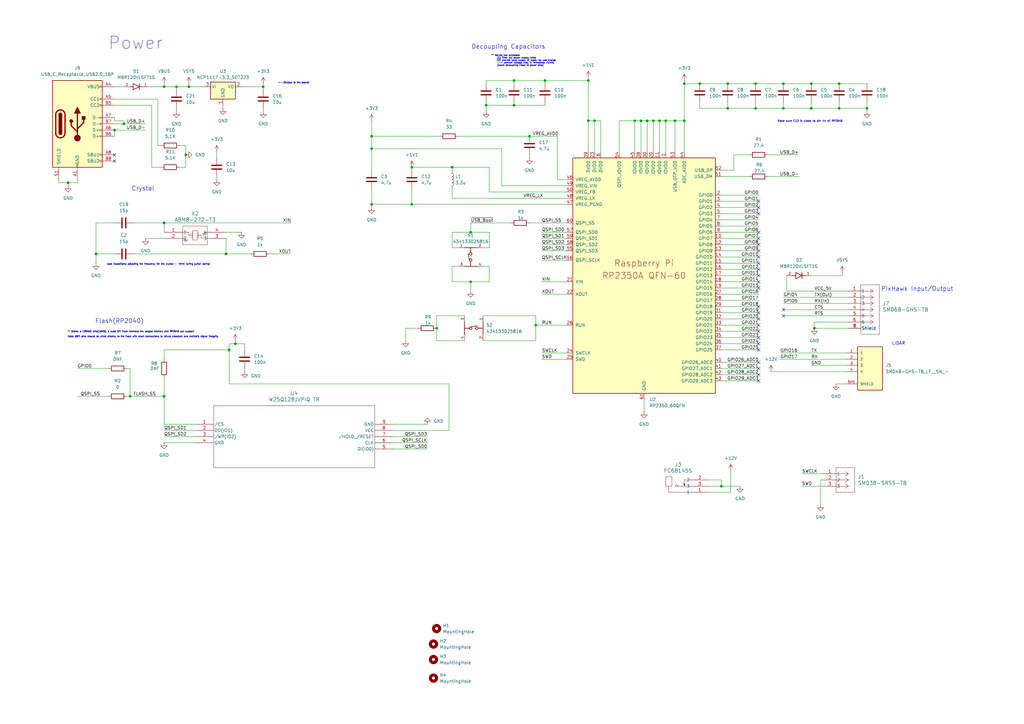
<source format=kicad_sch>
(kicad_sch (version 20250114) (generator "eeschema") (generator_version "9.0")
  (paper "A3")
  (text "LIDAR" (at 368.554 140.97 0) (effects (font (size 1.27 1.27))))
  (text "Crystal" (at 58.674 77.47 0) (effects (font (size 1.778 1.778))))
  (text "Power" (at 55.626 17.78 0) (effects (font (size 5.08 5.08))))
  (text "Decoupling Capacitors" (at 208.534 19.304 0) (effects (font (size 1.778 1.778))))
  (text "Make sure C13 is close to pin 44 of RP2040" (at 332.232 49.784 0) (effects (font (size 0.762 0.762))))
  (text "<--(Output to the board)" (at 120.396 34.036 0) (effects (font (size 0.635 0.635))))
  (text "Load Capacitors: adjusting the frequency for the crystal - \"think tuning guitar spring\"" (at 43.688 108.458 0) (effects (font (size 0.635 0.635)) (justify left)))
  (text "** Stores a 128Mbit chip(16MB), a quad SPI flash memory: the largest memory size RP2040 can support\n\nNote: QSPI pins should be wired directly to the flash with short connections to refuce crosstalk and maintain signal integrity\n" (at 27.686 137.16 0) (effects (font (size 0.635 0.635)) (justify left)))
  (text "** Serves two purposes: \n	(1) filter out power supply noise\n	(2) provide local supply of ready-to-use charge\n	--> prevent voltage drop in immediate vicinity\n	[place devoupling close to power pins]" (at 201.422 24.892 0) (effects (font (size 0.635 0.635)) (justify left)))
  (text "Flash(RP2040)" (at 49.022 131.826 0) (effects (font (size 1.778 1.778))))
  (text "PixHawk Input/Output" (at 376.174 118.618 0) (effects (font (size 1.778 1.778))))
  (junction (at 92.71 104.14))
  (junction (at 67.31 162.56))
  (junction (at 287.02 34.29))
  (junction (at 93.98 143.51))
  (junction (at 321.31 44.45))
  (junction (at 107.95 35.56))
  (junction (at 210.82 33.02))
  (junction (at 199.39 43.18))
  (junction (at 210.82 43.18))
  (junction (at 67.31 91.44))
  (junction (at 321.31 34.29))
  (junction (at 270.51 49.53))
  (junction (at 152.4 60.96))
  (junction (at 39.37 104.14))
  (junction (at 298.45 34.29))
  (junction (at 193.04 95.25))
  (junction (at 96.52 140.97))
  (junction (at 273.05 49.53))
  (junction (at 72.39 35.56))
  (junction (at 67.31 35.56))
  (junction (at 168.91 68.58))
  (junction (at 262.89 49.53))
  (junction (at 241.3 49.53))
  (junction (at 309.88 34.29))
  (junction (at 76.2 63.5))
  (junction (at 223.52 33.02))
  (junction (at 77.47 35.56))
  (junction (at 152.4 55.88))
  (junction (at 50.8 50.8))
  (junction (at 295.91 199.39))
  (junction (at 276.86 49.53))
  (junction (at 46.99 53.34))
  (junction (at 152.4 83.82))
  (junction (at 53.34 162.56))
  (junction (at 241.3 33.02))
  (junction (at 168.91 83.82))
  (junction (at 332.74 34.29))
  (junction (at 298.45 44.45))
  (junction (at 280.67 49.53))
  (junction (at 219.71 133.35))
  (junction (at 193.04 115.57))
  (junction (at 27.94 74.93))
  (junction (at 332.74 44.45))
  (junction (at 267.97 49.53))
  (junction (at 344.17 44.45))
  (junction (at 309.88 44.45))
  (junction (at 185.42 68.58))
  (junction (at 344.17 34.29))
  (junction (at 334.01 134.62))
  (junction (at 355.6 44.45))
  (junction (at 179.07 134.62))
  (junction (at 265.43 49.53))
  (junction (at 280.67 34.29))
  (junction (at 243.84 49.53))
  (junction (at 217.17 55.88))
  (junction (at 260.35 49.53))
  (no_connect (at 46.99 66.04))
  (no_connect (at 311.15 133.35))
  (no_connect (at 311.15 138.43))
  (no_connect (at 311.15 107.95))
  (no_connect (at 311.15 143.51))
  (no_connect (at 311.15 156.21))
  (no_connect (at 311.15 153.67))
  (no_connect (at 311.15 105.41))
  (no_connect (at 311.15 82.55))
  (no_connect (at 321.31 127))
  (no_connect (at 321.31 129.54))
  (no_connect (at 311.15 128.27))
  (no_connect (at 311.15 102.87))
  (no_connect (at 311.15 148.59))
  (no_connect (at 311.15 135.89))
  (no_connect (at 311.15 110.49))
  (no_connect (at 311.15 151.13))
  (no_connect (at 46.99 63.5))
  (no_connect (at 311.15 125.73))
  (no_connect (at 311.15 100.33))
  (no_connect (at 311.15 97.79))
  (no_connect (at 311.15 118.11))
  (no_connect (at 311.15 115.57))
  (no_connect (at 311.15 85.09))
  (no_connect (at 311.15 113.03))
  (no_connect (at 311.15 130.81))
  (no_connect (at 311.15 87.63))
  (no_connect (at 311.15 140.97))
  (no_connect (at 311.15 95.25))
  (wire (pts (xy 76.2 59.69) (xy 76.2 63.5)))
  (wire (pts (xy 337.82 196.85) (xy 336.55 196.85)))
  (wire (pts (xy 31.75 74.93) (xy 31.75 73.66)))
  (wire (pts (xy 73.66 59.69) (xy 76.2 59.69)))
  (wire (pts (xy 243.84 62.23) (xy 243.84 49.53)))
  (wire (pts (xy 185.42 68.58) (xy 185.42 69.85)))
  (wire (pts (xy 166.37 134.62) (xy 166.37 139.7)))
  (wire (pts (xy 46.99 53.34) (xy 59.69 53.34)))
  (wire (pts (xy 295.91 113.03) (xy 311.15 113.03)))
  (wire (pts (xy 161.29 184.15) (xy 175.26 184.15)))
  (wire (pts (xy 67.31 179.07) (xy 80.01 179.07)))
  (wire (pts (xy 198.12 139.7) (xy 219.71 139.7)))
  (wire (pts (xy 332.74 34.29) (xy 344.17 34.29)))
  (wire (pts (xy 161.29 173.99) (xy 175.26 173.99)))
  (wire (pts (xy 168.91 77.47) (xy 168.91 83.82)))
  (wire (pts (xy 295.91 138.43) (xy 311.15 138.43)))
  (wire (pts (xy 265.43 49.53) (xy 265.43 62.23)))
  (wire (pts (xy 39.37 107.95) (xy 39.37 104.14)))
  (wire (pts (xy 93.98 140.97) (xy 96.52 140.97)))
  (wire (pts (xy 62.23 68.58) (xy 62.23 43.18)))
  (wire (pts (xy 222.25 95.25) (xy 232.41 95.25)))
  (wire (pts (xy 295.91 95.25) (xy 311.15 95.25)))
  (wire (pts (xy 190.5 129.54) (xy 179.07 129.54)))
  (wire (pts (xy 322.58 113.03) (xy 322.58 119.38)))
  (wire (pts (xy 54.61 91.44) (xy 67.31 91.44)))
  (wire (pts (xy 31.75 151.13) (xy 44.45 151.13)))
  (wire (pts (xy 273.05 49.53) (xy 276.86 49.53)))
  (wire (pts (xy 64.77 59.69) (xy 66.04 59.69)))
  (wire (pts (xy 295.91 196.85) (xy 295.91 199.39)))
  (wire (pts (xy 184.15 157.48) (xy 184.15 176.53)))
  (wire (pts (xy 110.49 104.14) (xy 119.38 104.14)))
  (wire (pts (xy 99.06 35.56) (xy 107.95 35.56)))
  (wire (pts (xy 100.33 151.13) (xy 100.33 152.4)))
  (wire (pts (xy 295.91 125.73) (xy 311.15 125.73)))
  (wire (pts (xy 246.38 49.53) (xy 243.84 49.53)))
  (wire (pts (xy 193.04 95.25) (xy 200.66 95.25)))
  (wire (pts (xy 67.31 91.44) (xy 67.31 95.25)))
  (wire (pts (xy 295.91 128.27) (xy 311.15 128.27)))
  (wire (pts (xy 152.4 83.82) (xy 152.4 85.09)))
  (wire (pts (xy 217.17 55.88) (xy 228.6 55.88)))
  (wire (pts (xy 200.66 78.74) (xy 232.41 78.74)))
  (wire (pts (xy 72.39 35.56) (xy 77.47 35.56)))
  (wire (pts (xy 300.99 69.85) (xy 295.91 69.85)))
  (wire (pts (xy 39.37 104.14) (xy 46.99 104.14)))
  (wire (pts (xy 31.75 162.56) (xy 44.45 162.56)))
  (wire (pts (xy 320.04 147.32) (xy 346.71 147.32)))
  (wire (pts (xy 185.42 77.47) (xy 185.42 81.28)))
  (wire (pts (xy 332.74 113.03) (xy 345.44 113.03)))
  (wire (pts (xy 295.91 133.35) (xy 311.15 133.35)))
  (wire (pts (xy 210.82 41.91) (xy 210.82 43.18)))
  (wire (pts (xy 39.37 91.44) (xy 46.99 91.44)))
  (wire (pts (xy 314.96 72.39) (xy 327.66 72.39)))
  (wire (pts (xy 96.52 140.97) (xy 100.33 140.97)))
  (wire (pts (xy 161.29 176.53) (xy 184.15 176.53)))
  (wire (pts (xy 232.41 76.2) (xy 205.74 76.2)))
  (wire (pts (xy 222.25 97.79) (xy 232.41 97.79)))
  (wire (pts (xy 300.99 63.5) (xy 300.99 69.85)))
  (wire (pts (xy 67.31 181.61) (xy 80.01 181.61)))
  (wire (pts (xy 246.38 62.23) (xy 246.38 49.53)))
  (wire (pts (xy 168.91 68.58) (xy 185.42 68.58)))
  (wire (pts (xy 46.99 48.26) (xy 46.99 49.53)))
  (wire (pts (xy 185.42 68.58) (xy 200.66 68.58)))
  (wire (pts (xy 92.71 104.14) (xy 92.71 97.79)))
  (wire (pts (xy 100.33 140.97) (xy 100.33 143.51)))
  (wire (pts (xy 92.71 104.14) (xy 102.87 104.14)))
  (wire (pts (xy 93.98 143.51) (xy 93.98 157.48)))
  (wire (pts (xy 77.47 35.56) (xy 83.82 35.56)))
  (wire (pts (xy 295.91 151.13) (xy 311.15 151.13)))
  (wire (pts (xy 295.91 80.01) (xy 311.15 80.01)))
  (wire (pts (xy 92.71 95.25) (xy 99.06 95.25)))
  (wire (pts (xy 67.31 35.56) (xy 72.39 35.56)))
  (wire (pts (xy 307.34 63.5) (xy 300.99 63.5)))
  (wire (pts (xy 199.39 34.29) (xy 199.39 33.02)))
  (wire (pts (xy 93.98 157.48) (xy 184.15 157.48)))
  (wire (pts (xy 295.91 148.59) (xy 311.15 148.59)))
  (wire (pts (xy 334.01 132.08) (xy 334.01 134.62)))
  (wire (pts (xy 193.04 115.57) (xy 193.04 119.38)))
  (wire (pts (xy 27.94 74.93) (xy 27.94 76.2)))
  (wire (pts (xy 295.91 140.97) (xy 311.15 140.97)))
  (wire (pts (xy 152.4 83.82) (xy 168.91 83.82)))
  (wire (pts (xy 64.77 40.64) (xy 46.99 40.64)))
  (wire (pts (xy 219.71 133.35) (xy 232.41 133.35)))
  (wire (pts (xy 67.31 176.53) (xy 80.01 176.53)))
  (wire (pts (xy 241.3 49.53) (xy 241.3 62.23)))
  (wire (pts (xy 199.39 43.18) (xy 210.82 43.18)))
  (wire (pts (xy 152.4 55.88) (xy 152.4 60.96)))
  (wire (pts (xy 336.55 196.85) (xy 336.55 207.01)))
  (wire (pts (xy 334.01 134.62) (xy 347.98 134.62)))
  (wire (pts (xy 46.99 53.34) (xy 46.99 55.88)))
  (wire (pts (xy 320.04 144.78) (xy 346.71 144.78)))
  (wire (pts (xy 262.89 62.23) (xy 262.89 49.53)))
  (wire (pts (xy 52.07 151.13) (xy 53.34 151.13)))
  (wire (pts (xy 298.45 44.45) (xy 298.45 41.91)))
  (wire (pts (xy 267.97 49.53) (xy 270.51 49.53)))
  (wire (pts (xy 280.67 34.29) (xy 287.02 34.29)))
  (wire (pts (xy 96.52 140.97) (xy 96.52 139.7)))
  (wire (pts (xy 295.91 153.67) (xy 311.15 153.67)))
  (wire (pts (xy 287.02 34.29) (xy 298.45 34.29)))
  (wire (pts (xy 262.89 49.53) (xy 265.43 49.53)))
  (wire (pts (xy 321.31 34.29) (xy 332.74 34.29)))
  (wire (pts (xy 260.35 49.53) (xy 260.35 62.23)))
  (wire (pts (xy 222.25 120.65) (xy 232.41 120.65)))
  (wire (pts (xy 332.74 44.45) (xy 332.74 41.91)))
  (wire (pts (xy 344.17 44.45) (xy 344.17 41.91)))
  (wire (pts (xy 193.04 91.44) (xy 193.04 95.25)))
  (wire (pts (xy 210.82 33.02) (xy 223.52 33.02)))
  (wire (pts (xy 67.31 173.99) (xy 67.31 162.56)))
  (wire (pts (xy 24.13 74.93) (xy 24.13 73.66)))
  (wire (pts (xy 223.52 41.91) (xy 223.52 43.18)))
  (wire (pts (xy 295.91 110.49) (xy 311.15 110.49)))
  (wire (pts (xy 295.91 100.33) (xy 311.15 100.33)))
  (wire (pts (xy 210.82 43.18) (xy 223.52 43.18)))
  (wire (pts (xy 185.42 81.28) (xy 232.41 81.28)))
  (wire (pts (xy 199.39 33.02) (xy 210.82 33.02)))
  (wire (pts (xy 76.2 63.5) (xy 76.2 68.58)))
  (wire (pts (xy 200.66 68.58) (xy 200.66 78.74)))
  (wire (pts (xy 168.91 69.85) (xy 168.91 68.58)))
  (wire (pts (xy 64.77 59.69) (xy 64.77 40.64)))
  (wire (pts (xy 344.17 44.45) (xy 355.6 44.45)))
  (wire (pts (xy 152.4 60.96) (xy 205.74 60.96)))
  (wire (pts (xy 72.39 45.72) (xy 72.39 44.45)))
  (wire (pts (xy 295.91 102.87) (xy 311.15 102.87)))
  (wire (pts (xy 91.44 44.45) (xy 91.44 43.18)))
  (wire (pts (xy 67.31 143.51) (xy 67.31 147.32)))
  (wire (pts (xy 67.31 91.44) (xy 119.38 91.44)))
  (wire (pts (xy 322.58 119.38) (xy 347.98 119.38)))
  (wire (pts (xy 321.31 127) (xy 347.98 127)))
  (wire (pts (xy 161.29 179.07) (xy 175.26 179.07)))
  (wire (pts (xy 219.71 129.54) (xy 219.71 133.35)))
  (wire (pts (xy 39.37 104.14) (xy 39.37 91.44)))
  (wire (pts (xy 280.67 34.29) (xy 280.67 49.53)))
  (wire (pts (xy 60.96 35.56) (xy 67.31 35.56)))
  (wire (pts (xy 334.01 132.08) (xy 347.98 132.08)))
  (wire (pts (xy 316.23 152.4) (xy 346.71 152.4)))
  (wire (pts (xy 199.39 43.18) (xy 199.39 45.72)))
  (wire (pts (xy 309.88 44.45) (xy 321.31 44.45)))
  (wire (pts (xy 185.42 95.25) (xy 193.04 95.25)))
  (wire (pts (xy 280.67 33.02) (xy 280.67 34.29)))
  (wire (pts (xy 50.8 49.53) (xy 50.8 50.8)))
  (wire (pts (xy 190.5 139.7) (xy 179.07 139.7)))
  (wire (pts (xy 171.45 134.62) (xy 166.37 134.62)))
  (wire (pts (xy 193.04 115.57) (xy 200.66 115.57)))
  (wire (pts (xy 267.97 49.53) (xy 267.97 62.23)))
  (wire (pts (xy 198.12 109.22) (xy 200.66 109.22)))
  (wire (pts (xy 66.04 68.58) (xy 62.23 68.58)))
  (wire (pts (xy 232.41 73.66) (xy 228.6 73.66)))
  (wire (pts (xy 219.71 133.35) (xy 219.71 139.7)))
  (wire (pts (xy 321.31 44.45) (xy 321.31 41.91)))
  (wire (pts (xy 265.43 49.53) (xy 267.97 49.53)))
  (wire (pts (xy 152.4 77.47) (xy 152.4 83.82)))
  (wire (pts (xy 52.07 162.56) (xy 53.34 162.56)))
  (wire (pts (xy 260.35 49.53) (xy 262.89 49.53)))
  (wire (pts (xy 46.99 49.53) (xy 50.8 49.53)))
  (wire (pts (xy 67.31 154.94) (xy 67.31 162.56)))
  (wire (pts (xy 107.95 44.45) (xy 107.95 45.72)))
  (wire (pts (xy 72.39 36.83) (xy 72.39 35.56)))
  (wire (pts (xy 295.91 87.63) (xy 311.15 87.63)))
  (wire (pts (xy 355.6 44.45) (xy 355.6 45.72)))
  (wire (pts (xy 276.86 49.53) (xy 280.67 49.53)))
  (wire (pts (xy 295.91 107.95) (xy 311.15 107.95)))
  (wire (pts (xy 321.31 129.54) (xy 347.98 129.54)))
  (wire (pts (xy 295.91 143.51) (xy 311.15 143.51)))
  (wire (pts (xy 295.91 199.39) (xy 303.53 199.39)))
  (wire (pts (xy 161.29 181.61) (xy 175.26 181.61)))
  (wire (pts (xy 210.82 34.29) (xy 210.82 33.02)))
  (wire (pts (xy 355.6 44.45) (xy 355.6 41.91)))
  (wire (pts (xy 59.69 50.8) (xy 50.8 50.8)))
  (wire (pts (xy 93.98 140.97) (xy 93.98 143.51)))
  (wire (pts (xy 200.66 101.6) (xy 200.66 95.25)))
  (wire (pts (xy 24.13 74.93) (xy 27.94 74.93)))
  (wire (pts (xy 152.4 49.53) (xy 152.4 55.88)))
  (wire (pts (xy 241.3 31.75) (xy 241.3 33.02)))
  (wire (pts (xy 298.45 44.45) (xy 309.88 44.45)))
  (wire (pts (xy 193.04 91.44) (xy 209.55 91.44)))
  (wire (pts (xy 222.25 115.57) (xy 232.41 115.57)))
  (wire (pts (xy 187.96 55.88) (xy 217.17 55.88)))
  (wire (pts (xy 152.4 55.88) (xy 180.34 55.88)))
  (wire (pts (xy 228.6 73.66) (xy 228.6 55.88)))
  (wire (pts (xy 345.44 111.76) (xy 345.44 113.03)))
  (wire (pts (xy 332.74 44.45) (xy 344.17 44.45)))
  (wire (pts (xy 185.42 101.6) (xy 185.42 95.25)))
  (wire (pts (xy 198.12 101.6) (xy 200.66 101.6)))
  (wire (pts (xy 287.02 44.45) (xy 298.45 44.45)))
  (wire (pts (xy 276.86 49.53) (xy 276.86 62.23)))
  (wire (pts (xy 241.3 33.02) (xy 241.3 49.53)))
  (wire (pts (xy 222.25 100.33) (xy 232.41 100.33)))
  (wire (pts (xy 327.66 63.5) (xy 314.96 63.5)))
  (wire (pts (xy 273.05 49.53) (xy 273.05 62.23)))
  (wire (pts (xy 223.52 33.02) (xy 223.52 34.29)))
  (wire (pts (xy 295.91 90.17) (xy 311.15 90.17)))
  (wire (pts (xy 199.39 41.91) (xy 199.39 43.18)))
  (wire (pts (xy 295.91 82.55) (xy 311.15 82.55)))
  (wire (pts (xy 217.17 91.44) (xy 232.41 91.44)))
  (wire (pts (xy 264.16 163.83) (xy 264.16 168.91)))
  (wire (pts (xy 295.91 118.11) (xy 311.15 118.11)))
  (wire (pts (xy 254 62.23) (xy 254 49.53)))
  (wire (pts (xy 187.96 101.6) (xy 185.42 101.6)))
  (wire (pts (xy 295.91 97.79) (xy 311.15 97.79)))
  (wire (pts (xy 185.42 109.22) (xy 185.42 115.57)))
  (wire (pts (xy 270.51 49.53) (xy 270.51 62.23)))
  (wire (pts (xy 53.34 151.13) (xy 53.34 162.56)))
  (wire (pts (xy 290.83 199.39) (xy 295.91 199.39)))
  (wire (pts (xy 295.91 72.39) (xy 307.34 72.39)))
  (wire (pts (xy 295.91 156.21) (xy 311.15 156.21)))
  (wire (pts (xy 179.07 139.7) (xy 179.07 134.62)))
  (wire (pts (xy 295.91 115.57) (xy 311.15 115.57)))
  (wire (pts (xy 187.96 109.22) (xy 185.42 109.22)))
  (wire (pts (xy 73.66 68.58) (xy 76.2 68.58)))
  (wire (pts (xy 93.98 143.51) (xy 67.31 143.51)))
  (wire (pts (xy 295.91 135.89) (xy 311.15 135.89)))
  (wire (pts (xy 270.51 49.53) (xy 273.05 49.53)))
  (wire (pts (xy 222.25 147.32) (xy 232.41 147.32)))
  (wire (pts (xy 321.31 121.92) (xy 347.98 121.92)))
  (wire (pts (xy 295.91 105.41) (xy 311.15 105.41)))
  (wire (pts (xy 328.93 199.39) (xy 337.82 199.39)))
  (wire (pts (xy 332.74 149.86) (xy 346.71 149.86)))
  (wire (pts (xy 287.02 44.45) (xy 287.02 41.91)))
  (wire (pts (xy 321.31 124.46) (xy 347.98 124.46)))
  (wire (pts (xy 179.07 129.54) (xy 179.07 134.62)))
  (wire (pts (xy 53.34 162.56) (xy 67.31 162.56)))
  (wire (pts (xy 77.47 34.29) (xy 77.47 35.56)))
  (wire (pts (xy 309.88 44.45) (xy 309.88 41.91)))
  (wire (pts (xy 290.83 196.85) (xy 295.91 196.85)))
  (wire (pts (xy 200.66 115.57) (xy 200.66 109.22)))
  (wire (pts (xy 295.91 92.71) (xy 311.15 92.71)))
  (wire (pts (xy 342.9 157.48) (xy 346.71 157.48)))
  (wire (pts (xy 298.45 34.29) (xy 309.88 34.29)))
  (wire (pts (xy 46.99 35.56) (xy 50.8 35.56)))
  (wire (pts (xy 295.91 123.19) (xy 311.15 123.19)))
  (wire (pts (xy 205.74 76.2) (xy 205.74 60.96)))
  (wire (pts (xy 222.25 144.78) (xy 232.41 144.78)))
  (wire (pts (xy 152.4 60.96) (xy 152.4 69.85)))
  (wire (pts (xy 67.31 34.29) (xy 67.31 35.56)))
  (wire (pts (xy 168.91 83.82) (xy 232.41 83.82)))
  (wire (pts (xy 88.9 72.39) (xy 88.9 73.66)))
  (wire (pts (xy 328.93 194.31) (xy 337.82 194.31)))
  (wire (pts (xy 295.91 130.81) (xy 311.15 130.81)))
  (wire (pts (xy 67.31 173.99) (xy 80.01 173.99)))
  (wire (pts (xy 321.31 44.45) (xy 332.74 44.45)))
  (wire (pts (xy 198.12 129.54) (xy 219.71 129.54)))
  (wire (pts (xy 54.61 104.14) (xy 92.71 104.14)))
  (wire (pts (xy 88.9 62.23) (xy 88.9 64.77)))
  (wire (pts (xy 185.42 115.57) (xy 193.04 115.57)))
  (wire (pts (xy 59.69 97.79) (xy 67.31 97.79)))
  (wire (pts (xy 295.91 120.65) (xy 311.15 120.65)))
  (wire (pts (xy 223.52 33.02) (xy 241.3 33.02)))
  (wire (pts (xy 309.88 34.29) (xy 321.31 34.29)))
  (wire (pts (xy 62.23 43.18) (xy 46.99 43.18)))
  (wire (pts (xy 254 49.53) (xy 260.35 49.53)))
  (wire (pts (xy 107.95 35.56) (xy 107.95 34.29)))
  (wire (pts (xy 290.83 201.93) (xy 299.72 201.93)))
  (wire (pts (xy 222.25 102.87) (xy 232.41 102.87)))
  (wire (pts (xy 217.17 63.5) (xy 217.17 64.77)))
  (wire (pts (xy 27.94 74.93) (xy 31.75 74.93)))
  (wire (pts (xy 344.17 34.29) (xy 355.6 34.29)))
  (wire (pts (xy 295.91 85.09) (xy 311.15 85.09)))
  (wire (pts (xy 46.99 50.8) (xy 50.8 50.8)))
  (wire (pts (xy 107.95 35.56) (xy 107.95 36.83)))
  (wire (pts (xy 243.84 49.53) (xy 241.3 49.53)))
  (wire (pts (xy 222.25 106.68) (xy 232.41 106.68)))
  (wire (pts (xy 299.72 201.93) (xy 299.72 193.04)))
  (wire (pts (xy 280.67 49.53) (xy 280.67 62.23)))
  (label "GPIO12" (at 311.15 110.49 180))
  (label "QSPI_SD0" (at 222.25 95.25 0))
  (label "GPIO14" (at 311.15 115.57 180))
  (label "GND" (at 332.74 149.86 0))
  (label "GPIO16" (at 320.04 144.78 0))
  (label "QSPI_SS" (at 222.25 91.44 0))
  (label "RUN" (at 222.25 133.35 0))
  (label "GPIO16" (at 311.15 120.65 180))
  (label "GPIO25" (at 311.15 143.51 180))
  (label "RTS" (at 334.01 129.54 0))
  (label "USB_D+" (at 327.66 63.5 180))
  (label "SWD" (at 328.93 199.39 0))
  (label "GPIO5" (at 311.15 92.71 180))
  (label "QSPI_SD3" (at 222.25 102.87 0))
  (label "QSPI_SD1" (at 67.31 176.53 0))
  (label "GPIO19" (at 311.15 128.27 180))
  (label "CTS " (at 334.01 127 0))
  (label "QSPI_SD2" (at 67.31 179.07 0))
  (label "SWCLK" (at 222.25 144.78 0))
  (label "TX" (at 332.74 144.78 0))
  (label "GPIO11" (at 311.15 107.95 180))
  (label "RX" (at 332.74 147.32 0))
  (label "GPIO5" (at 321.31 124.46 0))
  (label "VREG_AVDD" (at 218.44 55.88 0))
  (label "GPIO15" (at 311.15 118.11 180))
  (label "GPIO21" (at 311.15 133.35 180))
  (label "XIN" (at 222.25 115.57 0))
  (label "GPIO7" (at 311.15 97.79 180))
  (label "GPIO9" (at 311.15 102.87 180))
  (label "GPIO1" (at 311.15 82.55 180))
  (label "QSPI_SCLK" (at 175.26 181.61 180))
  (label "GPIO3" (at 311.15 87.63 180))
  (label "GPIO24" (at 311.15 140.97 180))
  (label "QSPI_SCLK" (at 222.25 106.68 0))
  (label "GPIO23" (at 311.15 138.43 180))
  (label "RX(In)" (at 334.01 124.46 0))
  (label "GPIO22" (at 311.15 135.89 180))
  (label "GPIO4" (at 311.15 90.17 180))
  (label "~{USB_Boot}" (at 193.04 91.44 0))
  (label "GPIO4" (at 321.31 121.92 0))
  (label "GPIO8" (at 311.15 100.33 180))
  (label "GPIO17" (at 320.04 147.32 0))
  (label "GPIO6" (at 311.15 95.25 180))
  (label "QSPI_SS" (at 33.02 162.56 0))
  (label "GPIO0" (at 311.15 80.01 180))
  (label "QSPI_SD3" (at 175.26 179.07 180))
  (label "GPIO13" (at 311.15 113.03 180))
  (label "QSPI_SD1" (at 222.25 97.79 0))
  (label "VREG_LX" (at 214.63 81.28 0))
  (label "XOUT" (at 222.25 120.65 0))
  (label "XOUT" (at 119.38 104.14 180))
  (label "GPIO26_ADC0" (at 311.15 148.59 180))
  (label "FLASH_SS" (at 54.61 162.56 0))
  (label "GPIO10" (at 311.15 105.41 180))
  (label "VCC_5V" (at 334.01 119.38 0))
  (label "QSPI_SD2" (at 222.25 100.33 0))
  (label "USB_D-" (at 327.66 72.39 180))
  (label "XIN" (at 119.38 91.44 180))
  (label "GPIO0" (at 31.75 151.13 0))
  (label "GPIO20" (at 311.15 130.81 180))
  (label "SWCLK" (at 328.93 194.31 0))
  (label "GPIO18" (at 311.15 125.73 180))
  (label "USB_D-" (at 59.69 53.34 180))
  (label "GPIO2" (at 311.15 85.09 180))
  (label "GPIO17" (at 311.15 123.19 180))
  (label "GPIO28_ADC2" (at 311.15 153.67 180))
  (label "USB_D+" (at 59.69 50.8 180))
  (label "GPIO29_ADC3" (at 311.15 156.21 180))
  (label "QSPI_SD0" (at 175.26 184.15 180))
  (label "SWD" (at 222.25 147.32 0))
  (label "GPIO27_ADC1" (at 311.15 151.13 180))
  (label "TX(Out)" (at 334.01 121.92 0))
  (symbol (lib_id "Device:C") (at 88.9 68.58 0) (unit 1)
    (property "Reference" "C13" (at 92.71 67.3099 0) (effects (justify left)))
    (property "Value" "10u" (at 92.71 69.8499 0) (effects (justify left)))
    (property "Footprint" "Capacitor_SMD:C_0805_2012Metric" (effects (hide yes)))
    (property "Description" "Unpolarized capacitor" (effects (hide yes)))
  )
  (symbol (lib_id "power:GND") (at 91.44 44.45 0) (unit 1)
    (property "Reference" "#PWR033" (effects (hide yes)))
    (property "Value" "GND" (at 91.44 49.53 0))
    (property "Description" "Power symbol creates a global label with name \"GND\" , ground" (effects (hide yes)))
  )
  (symbol (lib_id "Device:C") (at 72.39 40.64 0) (unit 1)
    (property "Reference" "C21" (at 76.2 39.3699 0) (effects (justify left)))
    (property "Value" "10u" (at 76.2 41.9099 0) (effects (justify left)))
    (property "Footprint" "Capacitor_SMD:C_0805_2012Metric" (effects (hide yes)))
    (property "Description" "Unpolarized capacitor" (effects (hide yes)))
  )
  (symbol (lib_id "FC68145S:FC68145S") (at 290.83 196.85 0) (unit 1)
    (property "Reference" "J3" (at 278.13 190.5 0) (effects (font (size 1.524 1.524))))
    (property "Value" "FC68145S" (at 278.13 193.04 0) (effects (font (size 1.524 1.524))))
    (property "Footprint" "FC68145S_CLF" (effects (hide yes)))
    (property "Datasheet" "FC68145S" (effects (hide yes)))
  )
  (symbol (lib_id "power:GND") (at 217.17 64.77 0) (unit 1)
    (property "Reference" "#PWR04" (effects (hide yes)))
    (property "Value" "GND" (at 217.17 69.85 0))
    (property "Description" "Power symbol creates a global label with name \"GND\" , ground" (effects (hide yes)))
  )
  (symbol (lib_id "power:VBUS") (at 77.47 34.29 0) (unit 1)
    (property "Reference" "#PWR08" (effects (hide yes)))
    (property "Value" "VSYS" (at 77.47 29.21 0))
    (property "Description" "Power symbol creates a global label with name \"VBUS\"" (effects (hide yes)))
  )
  (symbol (lib_id "power:+1V1") (at 241.3 31.75 0) (unit 1)
    (property "Reference" "#PWR011" (effects (hide yes)))
    (property "Value" "+1V1" (at 241.3 26.67 0))
    (property "Description" "Power symbol creates a global label with name \"+1V1\"" (effects (hide yes)))
  )
  (symbol (lib_id "power:GND") (at 59.69 97.79 0) (unit 1)
    (property "Reference" "#PWR020" (effects (hide yes)))
    (property "Value" "GND" (at 59.69 102.87 0))
    (property "Description" "Power symbol creates a global label with name \"GND\" , ground" (effects (hide yes)))
  )
  (symbol (lib_id "Flash:W25Q128JVPIQ_TR") (at 80.01 173.99 0) (unit 1)
    (property "Reference" "U4" (at 120.65 161.29 0) (effects (font (size 1.524 1.524))))
    (property "Value" "W25Q128JVPIQ TR" (at 120.65 163.83 0) (effects (font (size 1.524 1.524))))
    (property "Footprint" "KiCad mod:WSON-8_6X5_WIN" (effects (hide yes)))
    (property "Datasheet" "W25Q128JVPIQ TR" (effects (hide yes)))
  )
  (symbol (lib_id "power:GND") (at 342.9 157.48 0) (mirror y) (unit 1)
    (property "Reference" "#PWR025" (effects (hide yes)))
    (property "Value" "GND" (at 342.9 162.56 0))
    (property "Description" "Power symbol creates a global label with name \"GND\" , ground" (effects (hide yes)))
  )
  (symbol (lib_id "Mechanical:MountingHole") (at 177.8 264.16 0) (unit 1) (in_bom no)
    (property "Reference" "H2" (at 180.34 262.8899 0) (effects (justify left)))
    (property "Value" "MountingHole" (at 180.34 265.4299 0) (effects (justify left)))
    (property "Footprint" "MountingHole:MountingHole_2.7mm_M2.5_Pad_TopBottom" (effects (hide yes)))
    (property "Description" "Mounting Hole without connection" (effects (hide yes)))
  )
  (symbol (lib_id "Device:C") (at 210.82 38.1 0) (unit 1)
    (property "Reference" "C11" (at 214.63 36.8299 0) (effects (justify left)))
    (property "Value" "100n" (at 214.63 39.3699 0) (effects (justify left)))
    (property "Footprint" "Capacitor_SMD:C_0402_1005Metric" (effects (hide yes)))
    (property "Description" "Unpolarized capacitor" (effects (hide yes)))
  )
  (symbol (lib_id "power:GND") (at 355.6 45.72 0) (unit 1)
    (property "Reference" "#PWR010" (effects (hide yes)))
    (property "Value" "GND" (at 355.6 50.8 0))
    (property "Description" "Power symbol creates a global label with name \"GND\" , ground" (effects (hide yes)))
  )
  (symbol (lib_id "power:GND") (at 166.37 139.7 0) (unit 1)
    (property "Reference" "#PWR018" (effects (hide yes)))
    (property "Value" "GND" (at 166.37 144.78 0))
    (property "Description" "Power symbol creates a global label with name \"GND\" , ground" (effects (hide yes)))
  )
  (symbol (lib_id "Device:R") (at 67.31 151.13 180) (unit 1)
    (property "Reference" "R8" (at 63.246 149.098 0))
    (property "Value" "DNF" (at 63.5 151.13 0))
    (property "Footprint" "Resistor_SMD:R_0402_1005Metric" (effects (hide yes)))
    (property "Description" "Resistor" (effects (hide yes)))
  )
  (symbol (lib_id "power:GND") (at 199.39 45.72 0) (unit 1)
    (property "Reference" "#PWR07" (effects (hide yes)))
    (property "Value" "GND" (at 199.39 50.8 0))
    (property "Description" "Power symbol creates a global label with name \"GND\" , ground" (effects (hide yes)))
  )
  (symbol (lib_id "power:GND") (at 193.04 119.38 0) (unit 1)
    (property "Reference" "#PWR01" (effects (hide yes)))
    (property "Value" "GND" (at 193.04 124.46 0))
    (property "Description" "Power symbol creates a global label with name \"GND\" , ground" (effects (hide yes)))
  )
  (symbol (lib_id "Device:C") (at 298.45 38.1 0) (unit 1)
    (property "Reference" "C8" (at 302.26 36.8299 0) (effects (justify left)))
    (property "Value" "100n" (at 302.26 39.3699 0) (effects (justify left)))
    (property "Footprint" "Capacitor_SMD:C_0402_1005Metric" (effects (hide yes)))
    (property "Description" "Unpolarized capacitor" (effects (hide yes)))
  )
  (symbol (lib_id "Device:R") (at 69.85 68.58 90) (unit 1)
    (property "Reference" "R11" (at 69.85 62.23 90))
    (property "Value" "5.1K" (at 69.85 64.77 90))
    (property "Footprint" "Resistor_SMD:R_0402_1005Metric" (effects (hide yes)))
    (property "Description" "Resistor" (effects (hide yes)))
  )
  (symbol (lib_id "Device:R") (at 213.36 91.44 90) (unit 1)
    (property "Reference" "R3" (at 213.614 86.868 90))
    (property "Value" "1k" (at 213.614 89.408 90))
    (property "Footprint" "Resistor_SMD:R_0402_1005Metric" (effects (hide yes)))
    (property "Description" "Resistor" (effects (hide yes)))
  )
  (symbol (lib_id "power:GND") (at 334.01 134.62 0) (mirror y) (unit 1)
    (property "Reference" "#PWR024" (effects (hide yes)))
    (property "Value" "GND" (at 334.01 139.7 0))
    (property "Description" "Power symbol creates a global label with name \"GND\" , ground" (effects (hide yes)))
  )
  (symbol (lib_id "Device:C") (at 344.17 38.1 0) (unit 1)
    (property "Reference" "C4" (at 347.98 36.8299 0) (effects (justify left)))
    (property "Value" "100n" (at 347.98 39.3699 0) (effects (justify left)))
    (property "Footprint" "Capacitor_SMD:C_0402_1005Metric" (effects (hide yes)))
    (property "Description" "Unpolarized capacitor" (effects (hide yes)))
  )
  (symbol (lib_id "Device:C") (at 223.52 38.1 0) (unit 1)
    (property "Reference" "C10" (at 227.33 36.8299 0) (effects (justify left)))
    (property "Value" "100n" (at 227.33 39.3699 0) (effects (justify left)))
    (property "Footprint" "Capacitor_SMD:C_0402_1005Metric" (effects (hide yes)))
    (property "Description" "Unpolarized capacitor" (effects (hide yes)))
  )
  (symbol (lib_id "MBR120VLSFT1G:MBR120VLSFT1G") (at 55.88 35.56 0) (unit 1)
    (property "Reference" "D1" (at 55.88 29.21 0))
    (property "Value" "MBR120VLSFT1G" (at 55.88 31.75 0))
    (property "Footprint" "MBR120VLSFT:DIOM3616X98N" (effects (hide yes)))
    (property "PARTREV" "5/10/2013" (effects (hide yes)))
    (property "STANDARD" "IPC-7351B" (effects (hide yes)))
    (property "MAXIMUM_PACKAGE_HEIGHT" "0.98 mm" (effects (hide yes)))
    (property "MANUFACTURER" "ON SEMICONDUCTOR" (effects (hide yes)))
  )
  (symbol (lib_id "Device:R") (at 48.26 151.13 90) (unit 1)
    (property "Reference" "R7" (at 48.26 144.78 90))
    (property "Value" "DNF" (at 48.26 147.32 90))
    (property "Footprint" "Resistor_SMD:R_0402_1005Metric" (effects (hide yes)))
    (property "Description" "Resistor" (effects (hide yes)))
  )
  (symbol (lib_id "SM06B-GHS-TB:SM06B-GHS-TB") (at 347.98 119.38 0) (unit 1)
    (property "Reference" "J7" (at 361.95 124.4599 0) (effects (font (size 1.524 1.524)) (justify left)))
    (property "Value" "SM06B-GHS-TB" (at 361.95 126.9999 0) (effects (font (size 1.524 1.524)) (justify left)))
    (property "Footprint" "KiCad mod:CONN_SM06B-GHS-TB_JST" (effects (hide yes)))
    (property "Datasheet" "SM06B-GHS-TB" (effects (hide yes)))
  )
  (symbol (lib_id "power:GND") (at 175.26 173.99 180) (unit 1)
    (property "Reference" "#PWR016" (effects (hide yes)))
    (property "Value" "GND" (at 177.8 172.7199 0) (effects (justify right)))
    (property "Description" "Power symbol creates a global label with name \"GND\" , ground" (effects (hide yes)))
  )
  (symbol (lib_id "power:GND") (at 67.31 181.61 0) (unit 1)
    (property "Reference" "#PWR029" (effects (hide yes)))
    (property "Value" "GND" (at 67.31 186.69 0))
    (property "Description" "Power symbol creates a global label with name \"GND\" , ground" (effects (hide yes)))
  )
  (symbol (lib_id "Device:C") (at 217.17 59.69 0) (unit 1)
    (property "Reference" "C17" (at 220.98 58.4199 0) (effects (justify left)))
    (property "Value" "4.7u" (at 220.98 60.9599 0) (effects (justify left)))
    (property "Footprint" "Capacitor_SMD:C_0402_1005Metric" (effects (hide yes)))
    (property "Description" "Unpolarized capacitor" (effects (hide yes)))
  )
  (symbol (lib_id "Device:R") (at 311.15 63.5 270) (mirror x) (unit 1)
    (property "Reference" "R1" (at 311.15 57.15 90))
    (property "Value" "27.4" (at 311.15 59.69 90))
    (property "Footprint" "Resistor_SMD:R_0402_1005Metric" (effects (hide yes)))
    (property "Description" "Resistor" (effects (hide yes)))
  )
  (symbol (lib_id "Device:R") (at 175.26 134.62 90) (unit 1)
    (property "Reference" "R9" (at 175.514 130.048 90))
    (property "Value" "1k" (at 175.514 132.588 90))
    (property "Footprint" "Resistor_SMD:R_0402_1005Metric" (effects (hide yes)))
    (property "Description" "Resistor" (effects (hide yes)))
  )
  (symbol (lib_id "Regulator_Linear:NCP1117-3.3_SOT223") (at 91.44 35.56 0) (unit 1)
    (property "Reference" "U3" (at 91.44 29.21 0))
    (property "Value" "NCP1117-3.3_SOT223" (at 91.44 31.75 0))
    (property "Footprint" "Package_TO_SOT_SMD:SOT-223-3_TabPin2" (effects (hide yes)))
    (property "Datasheet" "http://www.onsemi.com/pub_link/Collateral/NCP1117-D.PDF" (effects (hide yes)))
    (property "Description" "1A Low drop-out regulator, Fixed Output 3.3V, SOT-223" (effects (hide yes)))
  )
  (symbol (lib_id "power:GND") (at 76.2 63.5 90) (unit 1)
    (property "Reference" "#PWR026" (effects (hide yes)))
    (property "Value" "GND" (at 80.01 63.4999 90) (effects (justify right)))
    (property "Description" "Power symbol creates a global label with name \"GND\" , ground" (effects (hide yes)))
  )
  (symbol (lib_id "power:GND") (at 100.33 152.4 0) (unit 1)
    (property "Reference" "#PWR017" (effects (hide yes)))
    (property "Value" "GND" (at 104.902 154.178 0))
    (property "Description" "Power symbol creates a global label with name \"GND\" , ground" (effects (hide yes)))
  )
  (symbol (lib_id "power:GND") (at 303.53 199.39 0) (unit 1)
    (property "Reference" "#PWR022" (effects (hide yes)))
    (property "Value" "GND" (at 303.53 204.47 0))
    (property "Description" "Power symbol creates a global label with name \"GND\" , ground" (effects (hide yes)))
  )
  (symbol (lib_id "Mechanical:MountingHole") (at 177.8 278.13 0) (unit 1) (in_bom no)
    (property "Reference" "H4" (at 180.34 276.8599 0) (effects (justify left)))
    (property "Value" "MountingHole" (at 180.34 279.3999 0) (effects (justify left)))
    (property "Footprint" "MountingHole:MountingHole_2.7mm_M2.5_Pad_TopBottom" (effects (hide yes)))
    (property "Description" "Mounting Hole without connection" (effects (hide yes)))
  )
  (symbol (lib_id "power:GND") (at 88.9 73.66 0) (unit 1)
    (property "Reference" "#PWR014" (effects (hide yes)))
    (property "Value" "GND" (at 88.9 78.74 0))
    (property "Description" "Power symbol creates a global label with name \"GND\" , ground" (effects (hide yes)))
  )
  (symbol (lib_id "SM04B-GHS-TB_LF__SN_-:SM04B-GHS-TB_LF__SN_-") (at 356.87 149.86 0) (unit 1)
    (property "Reference" "J5" (at 363.22 149.8599 0) (effects (justify left)))
    (property "Value" "SM04B-GHS-TB_LF__SN_-" (at 363.22 152.3999 0) (effects (justify left)))
    (property "Footprint" "SM04B:JST_SM04B-GHS-TB_LF__SN_-" (effects (hide yes)))
    (property "MF" "JST Sales" (effects (hide yes)))
    (property "Description_1" "Connector Header Surface Mount, Right Angle 4 position 0.049 (1.25mm)" (effects (hide yes)))
    (property "Package" "None" (effects (hide yes)))
    (property "Price" "None" (effects (hide yes)))
    (property "Check_prices" "https://www.snapeda.com/parts/SM04B-GHS-TB%20(LF)(SN)/JST/view-part/?ref=eda" (effects (hide yes)))
    (property "STANDARD" "Manufacturer Recommendations" (effects (hide yes)))
    (property "PARTREV" "NA" (effects (hide yes)))
    (property "SnapEDA_Link" "https://www.snapeda.com/parts/SM04B-GHS-TB%20(LF)(SN)/JST/view-part/?ref=snap" (effects (hide yes)))
    (property "MP" "SM04B-GHS-TB (LF)(SN)" (effects (hide yes)))
    (property "Purchase-URL" "https://www.snapeda.com/api/url_track_click_mouser/?unipart_id=997517&manufacturer=JST Sales&part_name=SM04B-GHS-TB (LF)(SN)&search_term=None" (effects (hide yes)))
    (property "Availability" "In Stock" (effects (hide yes)))
    (property "MANUFACTURER" "JHS" (effects (hide yes)))
  )
  (symbol (lib_id "Device:C") (at 168.91 73.66 0) (unit 1)
    (property "Reference" "C12" (at 172.72 72.3899 0) (effects (justify left)))
    (property "Value" "4.7u" (at 172.72 74.9299 0) (effects (justify left)))
    (property "Footprint" "Capacitor_SMD:C_0603_1608Metric" (effects (hide yes)))
    (property "Description" "Unpolarized capacitor" (effects (hide yes)))
  )
  (symbol (lib_id "Device:C") (at 287.02 38.1 0) (unit 1)
    (property "Reference" "C9" (at 290.83 36.8299 0) (effects (justify left)))
    (property "Value" "100n" (at 290.83 39.3699 0) (effects (justify left)))
    (property "Footprint" "Capacitor_SMD:C_0402_1005Metric" (effects (hide yes)))
    (property "Description" "Unpolarized capacitor" (effects (hide yes)))
  )
  (symbol (lib_id "Device:R") (at 311.15 72.39 90) (unit 1)
    (property "Reference" "R6" (at 311.404 67.564 90))
    (property "Value" "27.4" (at 311.404 70.104 90))
    (property "Footprint" "Resistor_SMD:R_0402_1005Metric" (effects (hide yes)))
    (property "Description" "Resistor" (effects (hide yes)))
  )
  (symbol (lib_id "Device:R") (at 184.15 55.88 90) (unit 1)
    (property "Reference" "R4" (at 184.15 49.53 90))
    (property "Value" "33" (at 184.15 52.07 90))
    (property "Footprint" "Resistor_SMD:R_0402_1005Metric" (effects (hide yes)))
    (property "Description" "Resistor" (effects (hide yes)))
  )
  (symbol (lib_id "MCU_RaspberryPi_RP2350:RP2350_60QFN") (at 264.16 113.03 0) (unit 1)
    (property "Reference" "U2" (at 266.3033 163.83 0) (effects (justify left)))
    (property "Value" "RP2350_60QFN" (at 266.3033 166.37 0) (effects (justify left)))
    (property "Footprint" "RP2350_60QFN_minimal:RP2350-QFN-60-1EP_7x7_P0.4mm_EP3.4x3.4mm_ThermalVias" (effects (hide yes)))
  )
  (symbol (lib_id "Device:C") (at 355.6 38.1 0) (unit 1)
    (property "Reference" "C18" (at 359.41 36.8299 0) (effects (justify left)))
    (property "Value" "100n" (at 359.41 39.3699 0) (effects (justify left)))
    (property "Footprint" "Capacitor_SMD:C_0402_1005Metric" (effects (hide yes)))
    (property "Description" "Unpolarized capacitor" (effects (hide yes)))
  )
  (symbol (lib_id "Device:C") (at 152.4 73.66 0) (unit 1)
    (property "Reference" "C3" (at 156.21 72.3899 0) (effects (justify left)))
    (property "Value" "4.7u" (at 156.21 74.9299 0) (effects (justify left)))
    (property "Footprint" "Capacitor_SMD:C_0603_1608Metric" (effects (hide yes)))
    (property "Description" "Unpolarized capacitor" (effects (hide yes)))
  )
  (symbol (lib_id "power:VBUS") (at 345.44 111.76 0) (unit 1)
    (property "Reference" "#PWR028" (effects (hide yes)))
    (property "Value" "VSYS" (at 345.44 106.68 0))
    (property "Description" "Power symbol creates a global label with name \"VBUS\"" (effects (hide yes)))
  )
  (symbol (lib_id "power:VBUS") (at 67.31 34.29 0) (unit 1)
    (property "Reference" "#PWR031" (effects (hide yes)))
    (property "Value" "VBUS" (at 67.31 29.21 0))
    (property "Description" "Power symbol creates a global label with name \"VBUS\"" (effects (hide yes)))
  )
  (symbol (lib_id "Device:C") (at 332.74 38.1 0) (unit 1)
    (property "Reference" "C5" (at 336.55 36.8299 0) (effects (justify left)))
    (property "Value" "100n" (at 336.55 39.3699 0) (effects (justify left)))
    (property "Footprint" "Capacitor_SMD:C_0402_1005Metric" (effects (hide yes)))
    (property "Description" "Unpolarized capacitor" (effects (hide yes)))
  )
  (symbol (lib_id "power:+3V3") (at 107.95 34.29 0) (unit 1)
    (property "Reference" "#PWR034" (effects (hide yes)))
    (property "Value" "+3V3" (at 107.95 29.21 0))
    (property "Description" "Power symbol creates a global label with name \"+3V3\"" (effects (hide yes)))
  )
  (symbol (lib_id "Device:R") (at 106.68 104.14 90) (unit 1)
    (property "Reference" "R5" (at 106.68 97.79 90))
    (property "Value" "1k" (at 106.68 100.33 90))
    (property "Footprint" "Resistor_SMD:R_0402_1005Metric" (effects (hide yes)))
    (property "Description" "Resistor" (effects (hide yes)))
  )
  (symbol (lib_id "power:+1V1") (at 299.72 193.04 0) (unit 1)
    (property "Reference" "#PWR06" (effects (hide yes)))
    (property "Value" "+12V" (at 299.72 187.96 0))
    (property "Description" "Power symbol creates a global label with name \"+1V1\"" (effects (hide yes)))
  )
  (symbol (lib_id "434133025816:434133025816") (at 193.04 106.68 0) (unit 1)
    (property "Reference" "S1" (at 193.04 96.52 0))
    (property "Value" "434133025816" (at 193.04 99.06 0))
    (property "Footprint" "434133025816:434133025816" (effects (hide yes)))
  )
  (symbol (lib_id "434133025816:434133025816") (at 193.04 134.62 270) (unit 1)
    (property "Reference" "S2" (at 199.39 133.3499 90) (effects (justify left)))
    (property "Value" "434133025816" (at 199.39 135.8899 90) (effects (justify left)))
    (property "Footprint" "434133025816:434133025816" (effects (hide yes)))
  )
  (symbol (lib_id "power:+3V3") (at 280.67 33.02 0) (unit 1)
    (property "Reference" "#PWR012" (effects (hide yes)))
    (property "Value" "+3V3" (at 280.67 27.94 0))
    (property "Description" "Power symbol creates a global label with name \"+3V3\"" (effects (hide yes)))
  )
  (symbol (lib_id "Mechanical:MountingHole") (at 179.07 257.81 0) (unit 1) (in_bom no)
    (property "Reference" "H1" (at 181.61 256.5399 0) (effects (justify left)))
    (property "Value" "MountingHole" (at 181.61 259.0799 0) (effects (justify left)))
    (property "Footprint" "MountingHole:MountingHole_2.7mm_M2.5_Pad_TopBottom" (effects (hide yes)))
    (property "Description" "Mounting Hole without connection" (effects (hide yes)))
  )
  (symbol (lib_id "power:+1V1") (at 316.23 152.4 0) (unit 1)
    (property "Reference" "#PWR023" (effects (hide yes)))
    (property "Value" "+12V" (at 316.23 147.32 0))
    (property "Description" "Power symbol creates a global label with name \"+1V1\"" (effects (hide yes)))
  )
  (symbol (lib_id "Crystal(A8M8):ABM8-272-T3") (at 67.31 95.25 0) (unit 1)
    (property "Reference" "X2" (at 80.01 87.63 0) (effects (font (size 1.524 1.524))))
    (property "Value" "ABM8-272-T3" (at 80.01 90.17 0) (effects (font (size 1.524 1.524))))
    (property "Footprint" "KiCad mod:ABM8-272-T3_ABR" (effects (hide yes)))
    (property "Datasheet" "ABM8-272-T3" (effects (hide yes)))
  )
  (symbol (lib_id "power:GND") (at 107.95 45.72 0) (unit 1)
    (property "Reference" "#PWR035" (effects (hide yes)))
    (property "Value" "GND" (at 107.95 50.8 0))
    (property "Description" "Power symbol creates a global label with name \"GND\" , ground" (effects (hide yes)))
  )
  (symbol (lib_id "Device:C") (at 107.95 40.64 0) (unit 1)
    (property "Reference" "C16" (at 111.76 39.3699 0) (effects (justify left)))
    (property "Value" "10u" (at 111.76 41.9099 0) (effects (justify left)))
    (property "Footprint" "Capacitor_SMD:C_0805_2012Metric" (effects (hide yes)))
    (property "Description" "Unpolarized capacitor" (effects (hide yes)))
  )
  (symbol (lib_id "2025-12-17_01-00-18:SM03B-SRSS-TB") (at 337.82 194.31 0) (unit 1)
    (property "Reference" "J1" (at 351.79 195.5799 0) (effects (font (size 1.524 1.524)) (justify left)))
    (property "Value" "SM03B-SRSS-TB" (at 351.79 198.1199 0) (effects (font (size 1.524 1.524)) (justify left)))
    (property "Footprint" "footprints:CONN_SM03B-SRSS-TB_JST" (effects (hide yes)))
    (property "Datasheet" "SM03B-SRSS-TB" (effects (hide yes)))
  )
  (symbol (lib_id "power:GND") (at 152.4 85.09 0) (unit 1)
    (property "Reference" "#PWR02" (effects (hide yes)))
    (property "Value" "GND" (at 152.4 90.17 0))
    (property "Description" "Power symbol creates a global label with name \"GND\" , ground" (effects (hide yes)))
  )
  (symbol (lib_id "Device:C") (at 100.33 147.32 0) (unit 1)
    (property "Reference" "C14" (at 104.14 146.0499 0) (effects (justify left)))
    (property "Value" "100n" (at 104.14 148.5899 0) (effects (justify left)))
    (property "Footprint" "Capacitor_SMD:C_0402_1005Metric" (effects (hide yes)))
    (property "Description" "Unpolarized capacitor" (effects (hide yes)))
  )
  (symbol (lib_id "Mechanical:MountingHole") (at 177.8 270.51 0) (unit 1) (in_bom no)
    (property "Reference" "H3" (at 180.34 269.2399 0) (effects (justify left)))
    (property "Value" "MountingHole" (at 180.34 271.7799 0) (effects (justify left)))
    (property "Footprint" "MountingHole:MountingHole_2.7mm_M2.5_Pad_TopBottom" (effects (hide yes)))
    (property "Description" "Mounting Hole without connection" (effects (hide yes)))
  )
  (symbol (lib_id "Connector:USB_C_Receptacle_USB2.0_16P") (at 31.75 50.8 0) (unit 1)
    (property "Reference" "J9" (at 31.75 27.94 0))
    (property "Value" "USB_C_Receptacle_USB2.0_16P" (at 31.75 30.48 0))
    (property "Footprint" "Connector_USB:USB_C_Receptacle_GCT_USB4105-xx-A_16P_TopMnt_Horizontal" (effects (hide yes)))
    (property "Datasheet" "https://www.usb.org/sites/default/files/documents/usb_type-c.zip" (effects (hide yes)))
    (property "Description" "USB 2.0-only 16P Type-C Receptacle connector" (effects (hide yes)))
  )
  (symbol (lib_id "Device:C") (at 50.8 91.44 90) (unit 1)
    (property "Reference" "C19" (at 50.8 83.82 90))
    (property "Value" "15p" (at 50.8 86.36 90))
    (property "Footprint" "Capacitor_SMD:C_0402_1005Metric" (effects (hide yes)))
    (property "Description" "Unpolarized capacitor" (effects (hide yes)))
  )
  (symbol (lib_id "Device:L") (at 185.42 73.66 0) (unit 1)
    (property "Reference" "L1" (at 186.69 72.3899 0) (effects (justify left)))
    (property "Value" "3.3u" (at 186.69 74.9299 0) (effects (justify left)))
    (property "Footprint" "Inductor_SMD:L_0603_1608Metric" (effects (hide yes)))
    (property "Description" "Inductor" (effects (hide yes)))
  )
  (symbol (lib_id "power:GND") (at 27.94 76.2 0) (unit 1)
    (property "Reference" "#PWR030" (effects (hide yes)))
    (property "Value" "GND" (at 27.94 81.28 0))
    (property "Description" "Power symbol creates a global label with name \"GND\" , ground" (effects (hide yes)))
  )
  (symbol (lib_id "Device:C") (at 199.39 38.1 0) (unit 1)
    (property "Reference" "C1" (at 203.2 36.8299 0) (effects (justify left)))
    (property "Value" "100n" (at 203.2 39.3699 0) (effects (justify left)))
    (property "Footprint" "Capacitor_SMD:C_0402_1005Metric" (effects (hide yes)))
    (property "Description" "Unpolarized capacitor" (effects (hide yes)))
  )
  (symbol (lib_id "power:+3V3") (at 152.4 49.53 0) (unit 1)
    (property "Reference" "#PWR05" (effects (hide yes)))
    (property "Value" "+3V3" (at 152.4 44.45 0))
    (property "Description" "Power symbol creates a global label with name \"+3V3\"" (effects (hide yes)))
  )
  (symbol (lib_id "Device:C") (at 309.88 38.1 0) (unit 1)
    (property "Reference" "C7" (at 313.69 36.8299 0) (effects (justify left)))
    (property "Value" "100n" (at 313.69 39.3699 0) (effects (justify left)))
    (property "Footprint" "Capacitor_SMD:C_0402_1005Metric" (effects (hide yes)))
    (property "Description" "Unpolarized capacitor" (effects (hide yes)))
  )
  (symbol (lib_id "power:GND") (at 99.06 95.25 0) (unit 1)
    (property "Reference" "#PWR019" (effects (hide yes)))
    (property "Value" "GND" (at 99.06 100.33 0))
    (property "Description" "Power symbol creates a global label with name \"GND\" , ground" (effects (hide yes)))
  )
  (symbol (lib_id "MBR120VLSFT1G:MBR120VLSFT1G") (at 327.66 113.03 0) (unit 1)
    (property "Reference" "D2" (at 327.66 106.68 0))
    (property "Value" "MBR120VLSFT1G" (at 327.66 109.22 0))
    (property "Footprint" "MBR120VLSFT:DIOM3616X98N" (effects (hide yes)))
    (property "PARTREV" "5/10/2013" (effects (hide yes)))
    (property "STANDARD" "IPC-7351B" (effects (hide yes)))
    (property "MAXIMUM_PACKAGE_HEIGHT" "0.98 mm" (effects (hide yes)))
    (property "MANUFACTURER" "ON SEMICONDUCTOR" (effects (hide yes)))
  )
  (symbol (lib_id "power:GND") (at 264.16 168.91 0) (unit 1)
    (property "Reference" "#PWR013" (effects (hide yes)))
    (property "Value" "GND" (at 264.16 173.99 0))
    (property "Description" "Power symbol creates a global label with name \"GND\" , ground" (effects (hide yes)))
  )
  (symbol (lib_id "power:+3V3") (at 96.52 139.7 0) (unit 1)
    (property "Reference" "#PWR015" (effects (hide yes)))
    (property "Value" "+3V3" (at 96.52 134.62 0))
    (property "Description" "Power symbol creates a global label with name \"+3V3\"" (effects (hide yes)))
  )
  (symbol (lib_id "power:GND") (at 39.37 107.95 0) (unit 1)
    (property "Reference" "#PWR021" (effects (hide yes)))
    (property "Value" "GND" (at 39.37 113.03 0))
    (property "Description" "Power symbol creates a global label with name \"GND\" , ground" (effects (hide yes)))
  )
  (symbol (lib_id "Device:C") (at 321.31 38.1 0) (unit 1)
    (property "Reference" "C6" (at 325.12 36.8299 0) (effects (justify left)))
    (property "Value" "100n" (at 325.12 39.3699 0) (effects (justify left)))
    (property "Footprint" "Capacitor_SMD:C_0402_1005Metric" (effects (hide yes)))
    (property "Description" "Unpolarized capacitor" (effects (hide yes)))
  )
  (symbol (lib_id "power:+3V3") (at 88.9 62.23 0) (unit 1)
    (property "Reference" "#PWR09" (effects (hide yes)))
    (property "Value" "+3V3" (at 88.9 57.15 0))
    (property "Description" "Power symbol creates a global label with name \"+3V3\"" (effects (hide yes)))
  )
  (symbol (lib_id "Device:R") (at 69.85 59.69 90) (unit 1)
    (property "Reference" "R10" (at 69.85 53.34 90))
    (property "Value" "5.1K" (at 69.85 55.88 90))
    (property "Footprint" "Resistor_SMD:R_0402_1005Metric" (effects (hide yes)))
    (property "Description" "Resistor" (effects (hide yes)))
  )
  (symbol (lib_id "Device:R") (at 48.26 162.56 90) (unit 1)
    (property "Reference" "R2" (at 48.26 156.21 90))
    (property "Value" "0" (at 48.26 158.75 90))
    (property "Footprint" "Resistor_SMD:R_0402_1005Metric" (effects (hide yes)))
    (property "Description" "Resistor" (effects (hide yes)))
  )
  (symbol (lib_id "power:GND") (at 72.39 45.72 0) (unit 1)
    (property "Reference" "#PWR032" (effects (hide yes)))
    (property "Value" "GND" (at 72.39 50.8 0))
    (property "Description" "Power symbol creates a global label with name \"GND\" , ground" (effects (hide yes)))
  )
  (symbol (lib_id "power:+1V1") (at 168.91 68.58 0) (unit 1)
    (property "Reference" "#PWR03" (effects (hide yes)))
    (property "Value" "+1V1" (at 168.91 63.5 0))
    (property "Description" "Power symbol creates a global label with name \"+1V1\"" (effects (hide yes)))
  )
  (symbol (lib_id "Device:C") (at 50.8 104.14 90) (unit 1)
    (property "Reference" "C2" (at 50.8 96.52 90))
    (property "Value" "15p" (at 50.8 99.06 90))
    (property "Footprint" "Capacitor_SMD:C_0402_1005Metric" (effects (hide yes)))
    (property "Description" "Unpolarized capacitor" (effects (hide yes)))
  )
  (symbol (lib_id "power:GND") (at 336.55 207.01 0) (unit 1)
    (property "Reference" "#PWR027" (effects (hide yes)))
    (property "Value" "GND" (at 336.55 212.09 0))
    (property "Description" "Power symbol creates a global label with name \"GND\" , ground" (effects (hide yes)))
  )
)
</source>
